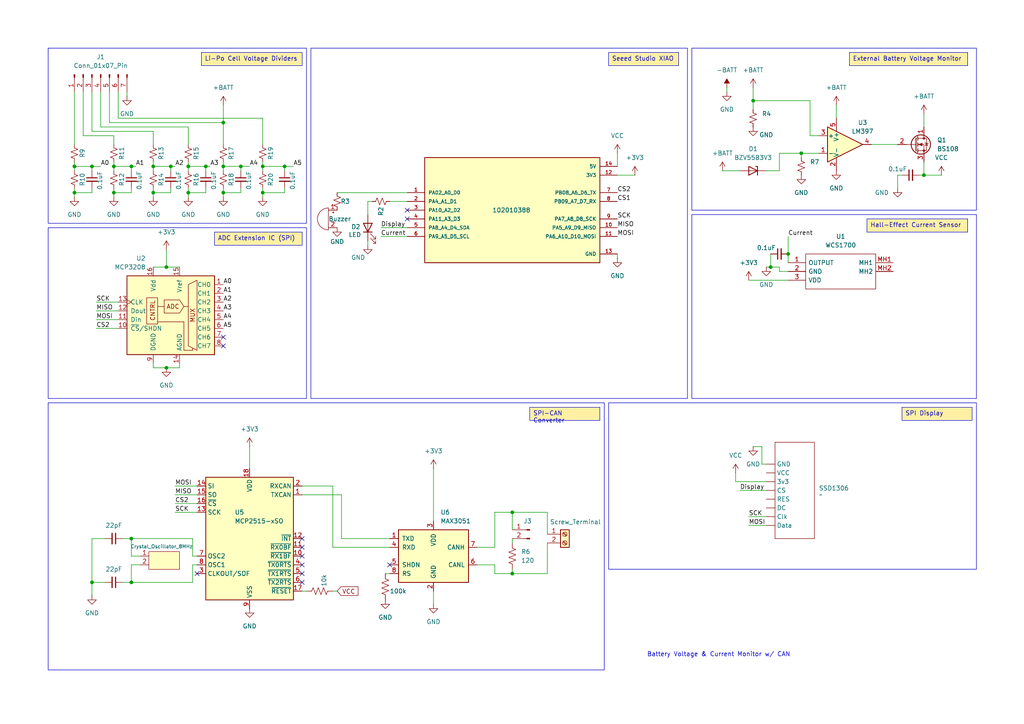
<source format=kicad_sch>
(kicad_sch (version 20231120) (generator "eeschema") (generator_version "8.0")
  (paper "A4")
  (lib_symbols
    (symbol "102010388:102010388" (pin_names (offset 1.016))
      (property "Reference" "U" (at -25.4 16.002 0))
      (property "Value" "102010388" (at -25.4 -17.78 0))
      (symbol "102010388_0_0"
        (pin bidirectional line (at -30.48 5.08 0) (length 5.08) (name "PA02_A0_D0") (number "1"))
        (pin bidirectional line (at 30.48 -5.08 180) (length 5.08) (name "PA5_A9_D9_MISO") (number "10"))
        (pin bidirectional line (at 30.48 -7.62 180) (length 5.08) (name "PA6_A10_D10_MOSI") (number "11"))
        (pin power_in line (at 30.48 10.16 180) (length 5.08) (name "3V3") (number "12"))
        (pin power_in line (at 30.48 -12.7 180) (length 5.08) (name "GND") (number "13"))
        (pin power_in line (at 30.48 12.7 180) (length 5.08) (name "5V") (number "14"))
        (pin bidirectional line (at -30.48 2.54 0) (length 5.08) (name "PA4_A1_D1") (number "2"))
        (pin bidirectional line (at -30.48 0 0) (length 5.08) (name "PA10_A2_D2") (number "3"))
        (pin bidirectional line (at -30.48 -2.54 0) (length 5.08) (name "PA11_A3_D3") (number "4"))
        (pin bidirectional line (at -30.48 -5.08 0) (length 5.08) (name "PA8_A4_D4_SDA") (number "5"))
        (pin bidirectional line (at -30.48 -7.62 0) (length 5.08) (name "PA9_A5_D5_SCL") (number "6"))
        (pin bidirectional line (at 30.48 5.08 180) (length 5.08) (name "PB08_A6_D6_TX") (number "7"))
        (pin bidirectional line (at 30.48 2.54 180) (length 5.08) (name "PB09_A7_D7_RX") (number "8"))
        (pin bidirectional line (at 30.48 -2.54 180) (length 5.08) (name "PA7_A8_D8_SCK") (number "9"))
      )
    )
    (symbol "Analog_ADC:MCP3208" (pin_names (offset 1.016))
      (property "Reference" "U" (at -5.08 13.335 0))
      (property "Value" "MCP3208" (at -5.08 11.43 0))
      (symbol "MCP3208_0_0"
        (text "ADC" (at -0.635 1.27 0) (effects (font (size 1.27 1.27))))
        (text "CNTRL" (at 5.969 -2.921 900) (effects (font (size 1.27 1.27)) (justify left bottom)))
        (text "MUX" (at -6.35 -1.27 900) (effects (font (size 1.27 1.27))))
      )
      (symbol "MCP3208_1_1"
        (pin input line (at -15.24 7.62 0) (length 2.54) (name "CH0") (number "1"))
        (pin input line (at 15.24 -5.08 180) (length 2.54) (name "~{CS}/SHDN") (number "10"))
        (pin input line (at 15.24 -2.54 180) (length 2.54) (name "Din") (number "11"))
        (pin output line (at 15.24 0 180) (length 2.54) (name "Dout") (number "12"))
        (pin input clock (at 15.24 2.54 180) (length 2.54) (name "CLK") (number "13"))
        (pin power_in line (at -2.54 -15.24 90) (length 2.54) (name "AGND") (number "14"))
        (pin power_in line (at -2.54 12.7 270) (length 2.54) (name "Vref") (number "15"))
        (pin power_in line (at 5.08 12.7 270) (length 2.54) (name "Vdd") (number "16"))
        (pin input line (at -15.24 5.08 0) (length 2.54) (name "CH1") (number "2"))
        (pin input line (at -15.24 2.54 0) (length 2.54) (name "CH2") (number "3"))
        (pin input line (at -15.24 0 0) (length 2.54) (name "CH3") (number "4"))
        (pin input line (at -15.24 -2.54 0) (length 2.54) (name "CH4") (number "5"))
        (pin input line (at -15.24 -5.08 0) (length 2.54) (name "CH5") (number "6"))
        (pin input line (at -15.24 -7.62 0) (length 2.54) (name "CH6") (number "7"))
        (pin input line (at -15.24 -10.16 0) (length 2.54) (name "CH7") (number "8"))
        (pin power_in line (at 5.08 -15.24 90) (length 2.54) (name "DGND") (number "9"))
      )
    )
    (symbol "Comparator:LM397" (pin_names (offset 0.127))
      (property "Reference" "U" (at 1.27 5.08 0))
      (property "Value" "LM397" (at 3.81 -5.08 0))
      (symbol "LM397_1_1"
        (pin input line (at -7.62 -2.54 0) (length 2.54) (name "-") (number "1"))
        (pin power_in line (at -2.54 -7.62 90) (length 3.81) (name "V-") (number "2"))
        (pin input line (at -7.62 2.54 0) (length 2.54) (name "+") (number "3"))
        (pin open_collector line (at 7.62 0 180) (length 2.54) (name "~") (number "4"))
        (pin power_in line (at -2.54 7.62 270) (length 3.81) (name "V+") (number "5"))
      )
    )
    (symbol "Connector:Conn_01x02_Pin" (pin_names (offset 1.016) hide)
      (property "Reference" "J" (at 0 2.54 0))
      (property "Value" "Conn_01x02_Pin" (at 0 -5.08 0))
      (symbol "Conn_01x02_Pin_1_1"
        (pin passive line (at 5.08 0 180) (length 3.81) (name "Pin_1") (number "1"))
        (pin passive line (at 5.08 -2.54 180) (length 3.81) (name "Pin_2") (number "2"))
      )
    )
    (symbol "Connector:Conn_01x07_Pin" (pin_names (offset 1.016) hide)
      (property "Reference" "J" (at 0 10.16 0))
      (property "Value" "Conn_01x07_Pin" (at 0 -10.16 0))
      (symbol "Conn_01x07_Pin_1_1"
        (pin passive line (at 5.08 7.62 180) (length 3.81) (name "Pin_1") (number "1"))
        (pin passive line (at 5.08 5.08 180) (length 3.81) (name "Pin_2") (number "2"))
        (pin passive line (at 5.08 2.54 180) (length 3.81) (name "Pin_3") (number "3"))
        (pin passive line (at 5.08 0 180) (length 3.81) (name "Pin_4") (number "4"))
        (pin passive line (at 5.08 -2.54 180) (length 3.81) (name "Pin_5") (number "5"))
        (pin passive line (at 5.08 -5.08 180) (length 3.81) (name "Pin_6") (number "6"))
        (pin passive line (at 5.08 -7.62 180) (length 3.81) (name "Pin_7") (number "7"))
      )
    )
    (symbol "Connector:Screw_Terminal_01x02" (pin_names (offset 1.016) hide)
      (property "Reference" "J" (at 0 2.54 0))
      (property "Value" "Screw_Terminal_01x02" (at 0 -5.08 0))
      (symbol "Screw_Terminal_01x02_1_1"
        (pin passive line (at -5.08 0 0) (length 3.81) (name "Pin_1") (number "1"))
        (pin passive line (at -5.08 -2.54 0) (length 3.81) (name "Pin_2") (number "2"))
      )
    )
    (symbol "Device:Buzzer" (pin_names (offset 0.0254) hide)
      (property "Reference" "BZ" (at 3.81 1.27 0))
      (property "Value" "Buzzer" (at 3.81 -1.27 0))
      (symbol "Buzzer_1_1"
        (pin passive line (at -2.54 2.54 0) (length 2.54) (name "+") (number "1"))
        (pin passive line (at -2.54 -2.54 0) (length 2.54) (name "-") (number "2"))
      )
    )
    (symbol "Device:C_Small" (pin_numbers hide) (pin_names (offset 0.254) hide)
      (property "Reference" "C" (at 0.254 1.778 0))
      (property "Value" "C_Small" (at 0.254 -2.032 0))
      (symbol "C_Small_1_1"
        (pin passive line (at 0 2.54 270) (length 2.032) (name "~") (number "1"))
        (pin passive line (at 0 -2.54 90) (length 2.032) (name "~") (number "2"))
      )
    )
    (symbol "Device:LED" (pin_numbers hide) (pin_names (offset 1.016) hide)
      (property "Reference" "D" (at 0 2.54 0))
      (property "Value" "LED" (at 0 -2.54 0))
      (symbol "LED_1_1"
        (pin passive line (at -3.81 0 0) (length 2.54) (name "K") (number "1"))
        (pin passive line (at 3.81 0 180) (length 2.54) (name "A") (number "2"))
      )
    )
    (symbol "Device:R_Small_US" (pin_numbers hide) (pin_names (offset 0.254) hide)
      (property "Reference" "R" (at 0.762 0.508 0))
      (property "Value" "R_Small_US" (at 0.762 -1.016 0))
      (symbol "R_Small_US_1_1"
        (pin passive line (at 0 2.54 270) (length 1.016) (name "~") (number "1"))
        (pin passive line (at 0 -2.54 90) (length 1.016) (name "~") (number "2"))
      )
    )
    (symbol "Device:R_US" (pin_numbers hide) (pin_names (offset 0))
      (property "Reference" "R" (at 2.54 0 90))
      (property "Value" "R_US" (at -2.54 0 90))
      (symbol "R_US_1_1"
        (pin passive line (at 0 3.81 270) (length 1.27) (name "~") (number "1"))
        (pin passive line (at 0 -3.81 90) (length 1.27) (name "~") (number "2"))
      )
    )
    (symbol "Diode:BZV55B3V3" (pin_numbers hide) (pin_names hide)
      (property "Reference" "D" (at 0 2.54 0))
      (property "Value" "BZV55B3V3" (at 0 -2.54 0))
      (symbol "BZV55B3V3_1_1"
        (pin passive line (at -3.81 0 0) (length 2.54) (name "K") (number "1"))
        (pin passive line (at 3.81 0 180) (length 2.54) (name "A") (number "2"))
      )
    )
    (symbol "Interface_CAN_LIN:MCP2515-xSO"
      (property "Reference" "U" (at -10.16 19.685 0))
      (property "Value" "MCP2515-xSO" (at 19.05 20.32 0))
      (symbol "MCP2515-xSO_1_1"
        (pin output line (at 15.24 12.7 180) (length 2.54) (name "TXCAN") (number "1"))
        (pin output line (at 15.24 -5.08 180) (length 2.54) (name "~{RX1BF}") (number "10"))
        (pin output line (at 15.24 -2.54 180) (length 2.54) (name "~{RX0BF}") (number "11"))
        (pin output line (at 15.24 0 180) (length 2.54) (name "~{INT}") (number "12"))
        (pin input line (at -15.24 7.62 0) (length 2.54) (name "SCK") (number "13"))
        (pin input line (at -15.24 15.24 0) (length 2.54) (name "SI") (number "14"))
        (pin output line (at -15.24 12.7 0) (length 2.54) (name "SO") (number "15"))
        (pin input line (at -15.24 10.16 0) (length 2.54) (name "~{CS}") (number "16"))
        (pin input line (at 15.24 -15.24 180) (length 2.54) (name "~{RESET}") (number "17"))
        (pin power_in line (at 0 20.32 270) (length 2.54) (name "VDD") (number "18"))
        (pin input line (at 15.24 15.24 180) (length 2.54) (name "RXCAN") (number "2"))
        (pin output line (at -15.24 -10.16 0) (length 2.54) (name "CLKOUT/SOF") (number "3"))
        (pin input line (at 15.24 -7.62 180) (length 2.54) (name "~{TX0RTS}") (number "4"))
        (pin input line (at 15.24 -10.16 180) (length 2.54) (name "~{TX1RTS}") (number "5"))
        (pin input line (at 15.24 -12.7 180) (length 2.54) (name "~{TX2RTS}") (number "6"))
        (pin output line (at -15.24 -5.08 0) (length 2.54) (name "OSC2") (number "7"))
        (pin input line (at -15.24 -7.62 0) (length 2.54) (name "OSC1") (number "8"))
        (pin power_in line (at 0 -20.32 90) (length 2.54) (name "VSS") (number "9"))
      )
    )
    (symbol "Interface_UART:MAX3051" (pin_names (offset 1.016))
      (property "Reference" "U" (at -10.16 8.89 0))
      (property "Value" "MAX3051" (at 2.54 8.89 0))
      (symbol "MAX3051_1_1"
        (pin input line (at -12.7 5.08 0) (length 2.54) (name "TXD") (number "1"))
        (pin power_in line (at 0 -10.16 90) (length 2.54) (name "GND") (number "2"))
        (pin power_in line (at 0 10.16 270) (length 2.54) (name "VDD") (number "3"))
        (pin output line (at -12.7 2.54 0) (length 2.54) (name "RXD") (number "4"))
        (pin input line (at -12.7 -2.54 0) (length 2.54) (name "SHDN") (number "5"))
        (pin bidirectional line (at 12.7 -2.54 180) (length 2.54) (name "CANL") (number "6"))
        (pin bidirectional line (at 12.7 2.54 180) (length 2.54) (name "CANH") (number "7"))
        (pin input line (at -12.7 -5.08 0) (length 2.54) (name "RS") (number "8"))
      )
    )
    (symbol "Transistor_FET:BS108" (pin_names hide)
      (property "Reference" "Q" (at 5.08 1.905 0))
      (property "Value" "BS108" (at 5.08 0 0))
      (symbol "BS108_1_1"
        (pin passive line (at 2.54 5.08 270) (length 2.54) (name "D") (number "1"))
        (pin input line (at -5.08 0 0) (length 2.54) (name "G") (number "2"))
        (pin passive line (at 2.54 -5.08 90) (length 2.54) (name "S") (number "3"))
      )
    )
    (symbol "WCS1700:WCS1700" (pin_names (offset 0.762))
      (property "Reference" "U" (at 26.67 7.62 0))
      (property "Value" "WCS1700" (at 26.67 5.08 0))
      (symbol "WCS1700_0_0"
        (pin passive line (at 0 0 0) (length 5.08) (name "OUTPUT") (number "1"))
        (pin passive line (at 0 -2.54 0) (length 5.08) (name "GND") (number "2"))
        (pin passive line (at 0 -5.08 0) (length 5.08) (name "VDD") (number "3"))
        (pin passive line (at 30.48 0 180) (length 5.08) (name "MH1") (number "MH1"))
        (pin passive line (at 30.48 -2.54 180) (length 5.08) (name "MH2") (number "MH2"))
      )
    )
    (symbol "customSymbols:Crystal_Oscillator_8MHz"
      (property "Reference" "U?" (at 5.08 1.2701 0))
      (property "Value" "Crystal_Oscillator_8MHz" (at -11.43 3.81 0))
      (symbol "Crystal_Oscillator_8MHz_1_1"
        (pin input line (at -7.62 1.27 0) (length 2.54) (name "") (number "1"))
        (pin input line (at -7.62 -1.27 0) (length 2.54) (name "") (number "2"))
      )
    )
    (symbol "power:+3V3" (power) (pin_numbers hide) (pin_names (offset 0) hide)
      (property "Value" "+3V3" (at 0 3.556 0))
      (symbol "+3V3_1_1"
        (pin power_in line (at 0 0 90) (length 0) (name "~") (number "1"))
      )
    )
    (symbol "power:+BATT" (power) (pin_numbers hide) (pin_names (offset 0) hide)
      (property "Value" "+BATT" (at 0 3.556 0))
      (symbol "+BATT_1_1"
        (pin power_in line (at 0 0 90) (length 0) (name "~") (number "1"))
      )
    )
    (symbol "power:-BATT" (power) (pin_numbers hide) (pin_names (offset 0) hide)
      (property "Value" "-BATT" (at 0 3.556 0))
      (symbol "-BATT_1_1"
        (pin power_in line (at 0 0 90) (length 0) (name "~") (number "1"))
      )
    )
    (symbol "power:GND" (power) (pin_numbers hide) (pin_names (offset 0) hide)
      (property "Value" "GND" (at 0 -3.81 0))
      (symbol "GND_1_1"
        (pin power_in line (at 0 0 270) (length 0) (name "~") (number "1"))
      )
    )
    (symbol "power:VCC" (power) (pin_numbers hide) (pin_names (offset 0) hide)
      (property "Value" "VCC" (at 0 3.556 0))
      (symbol "VCC_1_1"
        (pin power_in line (at 0 0 90) (length 0) (name "~") (number "1"))
      )
    )
    (symbol "rio:SSD135_OLED_Display"
      (property "Reference" "U8" (at 10.16 -4.4449 0))
      (property "Value" "~" (at 10.16 -6.35 0))
      (symbol "SSD135_OLED_Display_1_1"
        (pin input line (at -5.08 -2.54 0) (length 2.54) (name "3v3") (number ""))
        (pin bidirectional line (at -5.08 -5.08 0) (length 2.54) (name "CS") (number ""))
        (pin input line (at -5.08 -12.7 0) (length 2.54) (name "Clk") (number ""))
        (pin input line (at -5.08 -10.16 0) (length 2.54) (name "DC") (number ""))
        (pin input line (at -5.08 -15.24 0) (length 2.54) (name "Data") (number ""))
        (pin input line (at -5.08 2.54 0) (length 2.54) (name "GND") (number ""))
        (pin input line (at -5.08 -7.62 0) (length 2.54) (name "RES") (number ""))
        (pin input line (at -5.08 0 0) (length 2.54) (name "VCC") (number ""))
      )
    )
  )
  (junction (at 44.45 55.88))
  (junction (at 54.61 48.26))
  (junction (at 59.69 48.26))
  (junction (at 69.85 48.26))
  (junction (at 38.1 168.91))
  (junction (at 228.6 73.66))
  (junction (at 223.52 77.47))
  (junction (at 33.02 48.26))
  (junction (at 48.26 77.47))
  (junction (at 49.53 48.26))
  (junction (at 33.02 55.88))
  (junction (at 21.59 55.88))
  (junction (at 148.59 148.59))
  (junction (at 267.97 50.8))
  (junction (at 218.44 29.21))
  (junction (at 76.2 55.88))
  (junction (at 82.55 48.26))
  (junction (at 26.67 48.26))
  (junction (at 232.41 44.45))
  (junction (at 38.1 156.21))
  (junction (at 148.59 166.37))
  (junction (at 38.1 48.26))
  (junction (at 48.26 106.68))
  (junction (at 64.77 35.56))
  (junction (at 21.59 48.26))
  (junction (at 44.45 48.26))
  (junction (at 54.61 55.88))
  (junction (at 26.67 168.91))
  (junction (at 76.2 48.26))
  (junction (at 64.77 48.26))
  (junction (at 64.77 55.88))
  (no_connect (at 87.63 158.75))
  (no_connect (at 87.63 156.21))
  (no_connect (at 57.15 166.37))
  (no_connect (at 87.63 166.37))
  (no_connect (at 118.11 63.5))
  (no_connect (at 87.63 168.91))
  (no_connect (at 87.63 163.83))
  (no_connect (at 64.77 97.79))
  (no_connect (at 87.63 161.29))
  (no_connect (at 64.77 100.33))
  (no_connect (at 113.03 163.83))
  (no_connect (at 118.11 60.96))
  (wire (pts (xy 111.76 166.37) (xy 113.03 166.37)))
  (wire (pts (xy 64.77 46.99) (xy 64.77 48.26)))
  (wire (pts (xy 21.59 46.99) (xy 21.59 48.26)))
  (wire (pts (xy 31.75 35.56) (xy 64.77 35.56)))
  (wire (pts (xy 21.59 55.88) (xy 21.59 57.15)))
  (wire (pts (xy 218.44 25.4) (xy 218.44 29.21)))
  (wire (pts (xy 49.53 48.26) (xy 49.53 49.53)))
  (wire (pts (xy 21.59 54.61) (xy 21.59 55.88)))
  (wire (pts (xy 44.45 55.88) (xy 44.45 57.15)))
  (wire (pts (xy 64.77 30.48) (xy 64.77 35.56)))
  (wire (pts (xy 184.15 50.8) (xy 179.07 50.8)))
  (wire (pts (xy 38.1 163.83) (xy 38.1 168.91)))
  (wire (pts (xy 266.7 50.8) (xy 267.97 50.8)))
  (wire (pts (xy 110.49 68.58) (xy 118.11 68.58)))
  (wire (pts (xy 59.69 48.26) (xy 59.69 49.53)))
  (wire (pts (xy 88.9 171.45) (xy 87.63 171.45)))
  (wire (pts (xy 54.61 48.26) (xy 54.61 49.53)))
  (wire (pts (xy 82.55 54.61) (xy 82.55 55.88)))
  (wire (pts (xy 110.49 66.04) (xy 118.11 66.04)))
  (wire (pts (xy 26.67 48.26) (xy 26.67 49.53)))
  (wire (pts (xy 223.52 77.47) (xy 226.06 77.47)))
  (wire (pts (xy 82.55 48.26) (xy 85.09 48.26)))
  (wire (pts (xy 76.2 46.99) (xy 76.2 48.26)))
  (wire (pts (xy 267.97 50.8) (xy 273.05 50.8)))
  (wire (pts (xy 148.59 148.59) (xy 148.59 153.67)))
  (wire (pts (xy 35.56 168.91) (xy 38.1 168.91)))
  (wire (pts (xy 27.94 92.71) (xy 34.29 92.71)))
  (wire (pts (xy 179.07 44.45) (xy 179.07 48.26)))
  (wire (pts (xy 87.63 143.51) (xy 99.06 143.51)))
  (wire (pts (xy 260.35 50.8) (xy 260.35 54.61)))
  (wire (pts (xy 143.51 163.83) (xy 143.51 166.37)))
  (wire (pts (xy 106.68 58.42) (xy 107.95 58.42)))
  (wire (pts (xy 21.59 26.67) (xy 21.59 41.91)))
  (wire (pts (xy 158.75 166.37) (xy 148.59 166.37)))
  (wire (pts (xy 31.75 26.67) (xy 31.75 35.56)))
  (wire (pts (xy 27.94 87.63) (xy 34.29 87.63)))
  (wire (pts (xy 64.77 57.15) (xy 64.77 55.88)))
  (wire (pts (xy 218.44 129.54) (xy 220.98 129.54)))
  (wire (pts (xy 33.02 48.26) (xy 33.02 49.53)))
  (wire (pts (xy 33.02 39.37) (xy 33.02 41.91)))
  (wire (pts (xy 55.88 161.29) (xy 57.15 161.29)))
  (wire (pts (xy 57.15 146.05) (xy 50.8 146.05)))
  (wire (pts (xy 44.45 48.26) (xy 49.53 48.26)))
  (wire (pts (xy 76.2 48.26) (xy 82.55 48.26)))
  (wire (pts (xy 55.88 161.29) (xy 55.88 156.21)))
  (wire (pts (xy 55.88 156.21) (xy 38.1 156.21)))
  (wire (pts (xy 69.85 48.26) (xy 72.39 48.26)))
  (wire (pts (xy 228.6 68.58) (xy 228.6 73.66)))
  (wire (pts (xy 38.1 54.61) (xy 38.1 55.88)))
  (wire (pts (xy 33.02 55.88) (xy 33.02 57.15)))
  (wire (pts (xy 54.61 46.99) (xy 54.61 48.26)))
  (wire (pts (xy 125.73 135.89) (xy 125.73 151.13)))
  (wire (pts (xy 237.49 39.37) (xy 234.95 39.37)))
  (wire (pts (xy 69.85 48.26) (xy 69.85 49.53)))
  (wire (pts (xy 52.07 106.68) (xy 48.26 106.68)))
  (wire (pts (xy 36.83 26.67) (xy 36.83 27.94)))
  (wire (pts (xy 48.26 77.47) (xy 48.26 72.39)))
  (wire (pts (xy 226.06 78.74) (xy 228.6 78.74)))
  (wire (pts (xy 217.17 152.4) (xy 222.25 152.4)))
  (wire (pts (xy 44.45 48.26) (xy 44.45 49.53)))
  (wire (pts (xy 69.85 54.61) (xy 69.85 55.88)))
  (wire (pts (xy 222.25 49.53) (xy 226.06 49.53)))
  (wire (pts (xy 64.77 48.26) (xy 69.85 48.26)))
  (wire (pts (xy 26.67 48.26) (xy 29.21 48.26)))
  (wire (pts (xy 143.51 148.59) (xy 143.51 158.75)))
  (wire (pts (xy 49.53 48.26) (xy 50.8 48.26)))
  (wire (pts (xy 64.77 55.88) (xy 64.77 54.61)))
  (wire (pts (xy 69.85 55.88) (xy 64.77 55.88)))
  (wire (pts (xy 232.41 45.72) (xy 232.41 44.45)))
  (wire (pts (xy 99.06 143.51) (xy 99.06 156.21)))
  (wire (pts (xy 59.69 48.26) (xy 60.96 48.26)))
  (wire (pts (xy 267.97 33.02) (xy 267.97 36.83)))
  (wire (pts (xy 38.1 48.26) (xy 38.1 49.53)))
  (wire (pts (xy 29.21 26.67) (xy 29.21 36.83)))
  (wire (pts (xy 44.45 55.88) (xy 49.53 55.88)))
  (wire (pts (xy 21.59 55.88) (xy 26.67 55.88)))
  (wire (pts (xy 40.64 163.83) (xy 38.1 163.83)))
  (wire (pts (xy 54.61 55.88) (xy 59.69 55.88)))
  (wire (pts (xy 125.73 175.26) (xy 125.73 171.45)))
  (wire (pts (xy 52.07 105.41) (xy 52.07 106.68)))
  (wire (pts (xy 210.82 25.4) (xy 210.82 26.67)))
  (wire (pts (xy 179.07 74.93) (xy 179.07 73.66)))
  (wire (pts (xy 48.26 77.47) (xy 52.07 77.47)))
  (wire (pts (xy 33.02 55.88) (xy 38.1 55.88)))
  (wire (pts (xy 96.52 140.97) (xy 87.63 140.97)))
  (wire (pts (xy 72.39 129.54) (xy 72.39 135.89)))
  (wire (pts (xy 44.45 54.61) (xy 44.45 55.88)))
  (wire (pts (xy 44.45 46.99) (xy 44.45 48.26)))
  (wire (pts (xy 242.57 30.48) (xy 242.57 34.29)))
  (wire (pts (xy 26.67 168.91) (xy 30.48 168.91)))
  (wire (pts (xy 82.55 48.26) (xy 82.55 49.53)))
  (wire (pts (xy 50.8 140.97) (xy 57.15 140.97)))
  (wire (pts (xy 21.59 48.26) (xy 21.59 49.53)))
  (wire (pts (xy 26.67 172.72) (xy 26.67 168.91)))
  (wire (pts (xy 44.45 106.68) (xy 48.26 106.68)))
  (wire (pts (xy 96.52 140.97) (xy 96.52 158.75)))
  (wire (pts (xy 143.51 166.37) (xy 148.59 166.37)))
  (wire (pts (xy 44.45 77.47) (xy 48.26 77.47)))
  (wire (pts (xy 55.88 168.91) (xy 38.1 168.91)))
  (wire (pts (xy 27.94 90.17) (xy 34.29 90.17)))
  (wire (pts (xy 213.36 137.16) (xy 213.36 139.7)))
  (wire (pts (xy 54.61 55.88) (xy 54.61 57.15)))
  (wire (pts (xy 222.25 77.47) (xy 223.52 77.47)))
  (wire (pts (xy 76.2 57.15) (xy 76.2 55.88)))
  (wire (pts (xy 49.53 54.61) (xy 49.53 55.88)))
  (wire (pts (xy 267.97 46.99) (xy 267.97 50.8)))
  (wire (pts (xy 96.52 158.75) (xy 113.03 158.75)))
  (wire (pts (xy 27.94 95.25) (xy 34.29 95.25)))
  (wire (pts (xy 76.2 48.26) (xy 76.2 49.53)))
  (wire (pts (xy 26.67 168.91) (xy 26.67 156.21)))
  (wire (pts (xy 24.13 39.37) (xy 33.02 39.37)))
  (wire (pts (xy 218.44 29.21) (xy 218.44 31.75)))
  (wire (pts (xy 234.95 29.21) (xy 218.44 29.21)))
  (wire (pts (xy 26.67 54.61) (xy 26.67 55.88)))
  (wire (pts (xy 44.45 105.41) (xy 44.45 106.68)))
  (wire (pts (xy 226.06 44.45) (xy 232.41 44.45)))
  (wire (pts (xy 54.61 48.26) (xy 59.69 48.26)))
  (wire (pts (xy 226.06 77.47) (xy 226.06 78.74)))
  (wire (pts (xy 26.67 156.21) (xy 30.48 156.21)))
  (wire (pts (xy 234.95 39.37) (xy 234.95 29.21)))
  (wire (pts (xy 148.59 156.21) (xy 148.59 157.48)))
  (wire (pts (xy 33.02 46.99) (xy 33.02 48.26)))
  (wire (pts (xy 158.75 157.48) (xy 158.75 166.37)))
  (wire (pts (xy 55.88 163.83) (xy 57.15 163.83)))
  (wire (pts (xy 223.52 73.66) (xy 223.52 77.47)))
  (wire (pts (xy 76.2 55.88) (xy 76.2 54.61)))
  (wire (pts (xy 214.63 142.24) (xy 222.25 142.24)))
  (wire (pts (xy 209.55 49.53) (xy 214.63 49.53)))
  (wire (pts (xy 34.29 26.67) (xy 34.29 34.29)))
  (wire (pts (xy 40.64 161.29) (xy 38.1 161.29)))
  (wire (pts (xy 213.36 139.7) (xy 222.25 139.7)))
  (wire (pts (xy 138.43 163.83) (xy 143.51 163.83)))
  (wire (pts (xy 143.51 148.59) (xy 148.59 148.59)))
  (wire (pts (xy 158.75 148.59) (xy 148.59 148.59)))
  (wire (pts (xy 29.21 36.83) (xy 54.61 36.83)))
  (wire (pts (xy 226.06 49.53) (xy 226.06 44.45)))
  (wire (pts (xy 217.17 149.86) (xy 222.25 149.86)))
  (wire (pts (xy 34.29 34.29) (xy 76.2 34.29)))
  (wire (pts (xy 232.41 44.45) (xy 237.49 44.45)))
  (wire (pts (xy 220.98 134.62) (xy 222.25 134.62)))
  (wire (pts (xy 54.61 36.83) (xy 54.61 41.91)))
  (wire (pts (xy 158.75 154.94) (xy 158.75 148.59)))
  (wire (pts (xy 220.98 129.54) (xy 220.98 134.62)))
  (wire (pts (xy 38.1 48.26) (xy 39.37 48.26)))
  (wire (pts (xy 252.73 41.91) (xy 260.35 41.91)))
  (wire (pts (xy 228.6 73.66) (xy 228.6 76.2)))
  (wire (pts (xy 35.56 156.21) (xy 38.1 156.21)))
  (wire (pts (xy 217.17 81.28) (xy 228.6 81.28)))
  (wire (pts (xy 76.2 55.88) (xy 82.55 55.88)))
  (wire (pts (xy 138.43 158.75) (xy 143.51 158.75)))
  (wire (pts (xy 106.68 71.12) (xy 106.68 69.85)))
  (wire (pts (xy 26.67 26.67) (xy 26.67 38.1)))
  (wire (pts (xy 21.59 48.26) (xy 26.67 48.26)))
  (wire (pts (xy 113.03 58.42) (xy 118.11 58.42)))
  (wire (pts (xy 24.13 26.67) (xy 24.13 39.37)))
  (wire (pts (xy 64.77 48.26) (xy 64.77 49.53)))
  (wire (pts (xy 33.02 54.61) (xy 33.02 55.88)))
  (wire (pts (xy 97.79 171.45) (xy 96.52 171.45)))
  (wire (pts (xy 33.02 48.26) (xy 38.1 48.26)))
  (wire (pts (xy 59.69 54.61) (xy 59.69 55.88)))
  (wire (pts (xy 55.88 163.83) (xy 55.88 168.91)))
  (wire (pts (xy 44.45 38.1) (xy 44.45 41.91)))
  (wire (pts (xy 148.59 166.37) (xy 148.59 165.1)))
  (wire (pts (xy 54.61 54.61) (xy 54.61 55.88)))
  (wire (pts (xy 57.15 143.51) (xy 50.8 143.51)))
  (wire (pts (xy 76.2 34.29) (xy 76.2 41.91)))
  (wire (pts (xy 26.67 38.1) (xy 44.45 38.1)))
  (wire (pts (xy 106.68 62.23) (xy 106.68 58.42)))
  (wire (pts (xy 64.77 35.56) (xy 64.77 41.91)))
  (wire (pts (xy 38.1 161.29) (xy 38.1 156.21)))
  (wire (pts (xy 260.35 50.8) (xy 261.62 50.8)))
  (wire (pts (xy 97.79 55.88) (xy 118.11 55.88)))
  (wire (pts (xy 57.15 148.59) (xy 50.8 148.59)))
  (wire (pts (xy 99.06 156.21) (xy 113.03 156.21)))
  (rectangle (start 200.66 13.97) (end 283.21 60.96))
  (rectangle (start 13.97 66.04) (end 88.9 115.57))
  (rectangle (start 13.97 116.84) (end 175.26 194.31))
  (rectangle (start 200.66 62.23) (end 283.21 115.57))
  (rectangle (start 90.17 13.97) (end 199.39 115.57))
  (rectangle (start 13.97 13.97) (end 88.9 64.77))
  (rectangle (start 176.53 116.84) (end 283.21 165.1))
  (text_box "Seeed Studio XIAO" (at 176.53 15.24 0) (size 20.32 3.81) (fill (type color) (color 255 240 164 1)) (effects (font (size 1.27 1.27)) (justify left top)))
  (text_box "SPI-CAN Converter" (at 153.67 118.11 0) (size 20.32 3.81) (fill (type color) (color 255 240 164 1)) (effects (font (size 1.27 1.27)) (justify left top)))
  (text_box "SPI Display" (at 261.62 118.11 0) (size 20.32 3.81) (fill (type color) (color 255 240 164 1)) (effects (font (size 1.27 1.27)) (justify left top)))
  (text_box "Li-Po Cell Voltage Dividers" (at 58.42 15.24 0) (size 29.21 3.81) (fill (type color) (color 255 240 164 1)) (effects (font (size 1.27 1.27)) (justify left top)))
  (text_box "ADC Extension IC (SPI)" (at 62.23 67.31 0) (size 25.4 3.81) (fill (type color) (color 255 240 164 1)) (effects (font (size 1.27 1.27)) (justify left top)))
  (text_box "Hall-Effect Current Sensor" (at 251.46 63.5 0) (size 29.21 3.81) (fill (type color) (color 255 240 164 1)) (effects (font (size 1.27 1.27)) (justify left top)))
  (text_box "Battery Voltage & Current Monitor w/ CAN" (at 186.69 187.96 0) (size 52.07 3.81) (stroke (width -0.0001)) (effects (font (size 1.27 1.27)) (justify left top)))
  (text_box "External Battery Voltage Monitor" (at 246.38 15.24 0) (size 34.29 3.81) (fill (type color) (color 255 240 164 1)) (effects (font (size 1.27 1.27)) (justify left top)))
  (label "A4" (at 72.39 48.26 0))
  (label "A2" (at 50.8 48.26 0))
  (label "MISO" (at 27.94 90.17 0))
  (label "A0" (at 64.77 82.55 0))
  (label "SCK" (at 27.94 87.63 0))
  (label "A5" (at 64.77 95.25 0))
  (label "Display" (at 214.63 142.24 0))
  (label "A0" (at 29.21 48.26 0))
  (label "A3" (at 64.77 90.17 0))
  (label "A5" (at 85.09 48.26 0))
  (label "CS2" (at 179.07 55.88 0))
  (label "CS2" (at 27.94 95.25 0))
  (label "MISO" (at 179.07 66.04 0))
  (label "A4" (at 64.77 92.71 0))
  (label "A3" (at 60.96 48.26 0))
  (label "MOSI" (at 217.17 152.4 0))
  (label "A1" (at 39.37 48.26 0))
  (label "MISO" (at 50.8 143.51 0))
  (label "MOSI" (at 27.94 92.71 0))
  (label "Current" (at 110.49 68.58 0))
  (label "A1" (at 64.77 85.09 0))
  (label "SCK" (at 179.07 63.5 0))
  (label "MOSI" (at 50.8 140.97 0))
  (label "MOSI" (at 179.07 68.58 0))
  (label "CS1" (at 179.07 58.42 0))
  (label "A2" (at 64.77 87.63 0))
  (label "SCK" (at 50.8 148.59 0))
  (label "CS2" (at 50.8 146.05 0))
  (label "SCK" (at 217.17 149.86 0))
  (label "Display" (at 110.49 66.04 0))
  (label "Current" (at 228.6 68.58 0))
  (global_label "VCC" (shape input) (at 97.79 171.45 0) (property "Intersheetrefs" "${INTERSHEET_REFS}" (effects (hide yes))))
  (symbol (lib_id "power:GND") (at 125.73 175.26 0) (unit 1)
    (property "Reference" "#PWR024" (effects (hide yes)))
    (property "Value" "GND" (at 125.73 180.34 0))
  )
  (symbol (lib_id "Device:R_Small_US") (at 76.2 44.45 0) (unit 1)
    (property "Reference" "R19" (at 78.486 44.45 90))
    (property "Value" "R_Small_US" (effects (hide yes)))
    (property "Footprint" "Resistor_SMD:R_0805_2012Metric" (effects (hide yes)))
    (property "Description" "Resistor, small US symbol" (effects (hide yes)))
  )
  (symbol (lib_id "Device:R_Small_US") (at 54.61 52.07 0) (unit 1)
    (property "Reference" "R16" (at 56.896 52.07 90))
    (property "Value" "R_Small_US" (effects (hide yes)))
    (property "Footprint" "Resistor_SMD:R_0805_2012Metric" (effects (hide yes)))
    (property "Description" "Resistor, small US symbol" (effects (hide yes)))
  )
  (symbol (lib_id "Device:R_US") (at 92.71 171.45 90) (unit 1)
    (property "Reference" "R1" (effects (hide yes)))
    (property "Value" "10k" (at 93.98 170.18 0) (effects (justify left)))
    (property "Footprint" "Resistor_SMD:R_0805_2012Metric" (effects (hide yes)))
  )
  (symbol (lib_id "102010388:102010388") (at 148.59 60.96 0) (unit 1)
    (property "Reference" "U7" (effects (hide yes)))
    (property "Value" "102010388" (at 148.336 60.96 0))
    (property "Footprint" "102010388:MODULE_102010388" (effects (hide yes)))
    (property "MF" "seeed technology limited" (effects (hide yes)))
    (property "MAXIMUM_PACKAGE_HEIGHT" "N/A" (effects (hide yes)))
    (property "Package" "None" (effects (hide yes)))
    (property "Price" "None" (effects (hide yes)))
    (property "Check_prices" "https://www.snapeda.com/parts/102010388/Techno/view-part/?ref=eda" (effects (hide yes)))
    (property "STANDARD" "Manufacturer Recommendations" (effects (hide yes)))
    (property "PARTREV" "N/A" (effects (hide yes)))
    (property "SnapEDA_Link" "https://www.snapeda.com/parts/102010388/Techno/view-part/?ref=snap" (effects (hide yes)))
    (property "MP" "102010388" (effects (hide yes)))
    (property "Description_1" "\nSAMD21G18 Seeeduino XIAO - ARM® Cortex®-M0 MCU 32-Bit Embedded Evaluation Board\n" (effects (hide yes)))
    (property "MANUFACTURER" "Seeed Technology" (effects (hide yes)))
    (property "Availability" "In Stock" (effects (hide yes)))
    (property "SNAPEDA_PN" "102010388" (effects (hide yes)))
  )
  (symbol (lib_id "Device:C_Small") (at 264.16 50.8 90) (unit 1)
    (property "Reference" "C3" (effects (hide yes)))
    (property "Value" "0.1uF" (at 260.35 49.022 90))
    (property "Footprint" "Capacitor_SMD:C_0805_2012Metric" (effects (hide yes)))
  )
  (symbol (lib_id "Device:R_Small_US") (at 33.02 44.45 0) (unit 1)
    (property "Reference" "R11" (at 35.306 44.45 90))
    (property "Value" "R_Small_US" (effects (hide yes)))
    (property "Footprint" "Resistor_SMD:R_0805_2012Metric" (effects (hide yes)))
    (property "Description" "Resistor, small US symbol" (effects (hide yes)))
  )
  (symbol (lib_id "Device:R_Small_US") (at 64.77 44.45 0) (unit 1)
    (property "Reference" "R17" (at 67.056 44.45 90))
    (property "Value" "R_Small_US" (effects (hide yes)))
    (property "Footprint" "Resistor_SMD:R_0805_2012Metric" (effects (hide yes)))
    (property "Description" "Resistor, small US symbol" (effects (hide yes)))
  )
  (symbol (lib_id "Device:C_Small") (at 226.06 73.66 90) (unit 1)
    (property "Reference" "C10" (effects (hide yes)))
    (property "Value" "0.1uF" (at 222.25 71.882 90))
    (property "Footprint" "Capacitor_SMD:C_0805_2012Metric" (effects (hide yes)))
  )
  (symbol (lib_id "power:VCC") (at 213.36 137.16 0) (unit 1)
    (property "Reference" "#PWR036" (effects (hide yes)))
    (property "Value" "VCC" (at 213.36 132.08 0))
    (property "Description" "Power symbol creates a global label with name \"VCC\"" (effects (hide yes)))
  )
  (symbol (lib_id "power:+3V3") (at 125.73 135.89 0) (unit 1)
    (property "Reference" "#PWR030" (effects (hide yes)))
    (property "Value" "+3V3" (at 125.73 130.81 0))
    (property "Description" "Power symbol creates a global label with name \"+3V3\"" (effects (hide yes)))
  )
  (symbol (lib_id "Comparator:LM397") (at 245.11 41.91 0) (unit 1)
    (property "Reference" "U3" (at 250.19 35.56 0))
    (property "Value" "LM397" (at 250.19 38.1 0))
    (property "Footprint" "Package_TO_SOT_SMD:SOT-23-5" (effects (hide yes)))
    (property "Datasheet" "http://www.ti.com/lit/ds/symlink/lm397.pdf" (effects (hide yes)))
    (property "Description" "Single General-Purpose Voltage Comparator with Open-Collector Output, SOT-23-5" (effects (hide yes)))
  )
  (symbol (lib_id "Device:R_Small_US") (at 232.41 48.26 0) (unit 1)
    (property "Reference" "R7" (at 234.95 46.9899 0) (effects (justify left)))
    (property "Value" "100 " (effects (hide yes)))
    (property "Footprint" "Resistor_SMD:R_0805_2012Metric" (effects (hide yes)))
    (property "Description" "Resistor, small US symbol" (effects (hide yes)))
  )
  (symbol (lib_id "Interface_CAN_LIN:MCP2515-xSO") (at 72.39 156.21 0) (unit 1)
    (property "Reference" "U5" (at 68.072 148.59 0) (effects (justify left)))
    (property "Value" "MCP2515-xSO" (at 68.072 151.13 0) (effects (justify left)))
    (property "Footprint" "MCP2515-I_SO:SOIC127P1030X265-18N" (effects (hide yes)))
    (property "Datasheet" "http://ww1.microchip.com/downloads/en/DeviceDoc/21801e.pdf" (effects (hide yes)))
  )
  (symbol (lib_id "power:VCC") (at 179.07 44.45 0) (unit 1)
    (property "Reference" "#PWR031" (effects (hide yes)))
    (property "Value" "VCC" (at 179.07 39.37 0))
    (property "Description" "Power symbol creates a global label with name \"VCC\"" (effects (hide yes)))
  )
  (symbol (lib_id "Device:R_Small_US") (at 54.61 44.45 0) (unit 1)
    (property "Reference" "R15" (at 56.896 44.45 90))
    (property "Value" "R_Small_US" (effects (hide yes)))
    (property "Footprint" "Resistor_SMD:R_0805_2012Metric" (effects (hide yes)))
    (property "Description" "Resistor, small US symbol" (effects (hide yes)))
  )
  (symbol (lib_id "Device:R_Small_US") (at 21.59 52.07 0) (unit 1)
    (property "Reference" "R10" (at 23.876 52.07 90))
    (property "Value" "R_Small_US" (effects (hide yes)))
    (property "Footprint" "Resistor_SMD:R_0805_2012Metric" (effects (hide yes)))
    (property "Description" "Resistor, small US symbol" (effects (hide yes)))
  )
  (symbol (lib_id "power:+BATT") (at 218.44 25.4 0) (unit 1)
    (property "Reference" "#PWR01" (effects (hide yes)))
    (property "Value" "+BATT" (at 218.44 20.32 0))
    (property "Description" "Power symbol creates a global label with name \"+BATT\"" (effects (hide yes)))
  )
  (symbol (lib_id "power:GND") (at 106.68 71.12 0) (unit 1)
    (property "Reference" "#PWR013" (effects (hide yes)))
    (property "Value" "GND" (at 103.886 74.676 0))
    (property "Description" "Power symbol creates a global label with name \"GND\" , ground" (effects (hide yes)))
  )
  (symbol (lib_id "power:GND") (at 33.02 57.15 0) (unit 1)
    (property "Reference" "#PWR015" (effects (hide yes)))
    (property "Value" "GND" (at 33.02 62.23 0))
    (property "Description" "Power symbol creates a global label with name \"GND\" , ground" (effects (hide yes)))
  )
  (symbol (lib_id "power:GND") (at 44.45 57.15 0) (unit 1)
    (property "Reference" "#PWR016" (effects (hide yes)))
    (property "Value" "GND" (at 44.45 62.23 0))
    (property "Description" "Power symbol creates a global label with name \"GND\" , ground" (effects (hide yes)))
  )
  (symbol (lib_id "power:GND") (at 72.39 176.53 0) (unit 1)
    (property "Reference" "#PWR021" (effects (hide yes)))
    (property "Value" "GND" (at 72.39 181.61 0))
  )
  (symbol (lib_id "power:GND") (at 232.41 50.8 0) (unit 1)
    (property "Reference" "#PWR025" (effects (hide yes)))
    (property "Value" "GND" (at 232.41 55.88 0))
    (property "Description" "Power symbol creates a global label with name \"GND\" , ground" (effects (hide yes)))
  )
  (symbol (lib_id "WCS1700:WCS1700") (at 228.6 76.2 0) (unit 1)
    (property "Reference" "U1" (at 243.84 68.58 0))
    (property "Value" "WCS1700" (at 243.84 71.12 0))
    (property "Footprint" "KiCad:WCS1700" (effects (hide yes)))
    (property "Description" "Hall Effect Base Linear Current Sensor" (effects (hide yes)))
    (property "Height" "22.4" (effects (hide yes)))
    (property "Manufacturer_Name" "Winson" (effects (hide yes)))
    (property "Manufacturer_Part_Number" "WCS1700" (effects (hide yes)))
  )
  (symbol (lib_id "Device:R_Small_US") (at 44.45 44.45 0) (unit 1)
    (property "Reference" "R13" (at 46.736 44.45 90))
    (property "Value" "R_Small_US" (effects (hide yes)))
    (property "Footprint" "Resistor_SMD:R_0805_2012Metric" (effects (hide yes)))
    (property "Description" "Resistor, small US symbol" (effects (hide yes)))
  )
  (symbol (lib_id "power:GND") (at 54.61 57.15 0) (unit 1)
    (property "Reference" "#PWR017" (effects (hide yes)))
    (property "Value" "GND" (at 54.61 62.23 0))
    (property "Description" "Power symbol creates a global label with name \"GND\" , ground" (effects (hide yes)))
  )
  (symbol (lib_id "power:GND") (at 36.83 27.94 0) (unit 1)
    (property "Reference" "#PWR012" (effects (hide yes)))
    (property "Value" "GND" (at 36.83 33.02 0))
    (property "Description" "Power symbol creates a global label with name \"GND\" , ground" (effects (hide yes)))
  )
  (symbol (lib_id "power:-BATT") (at 210.82 25.4 0) (unit 1)
    (property "Reference" "#PWR02" (effects (hide yes)))
    (property "Value" "-BATT" (at 210.82 20.32 0))
    (property "Description" "Power symbol creates a global label with name \"-BATT\"" (effects (hide yes)))
  )
  (symbol (lib_id "power:GND") (at 242.57 49.53 0) (unit 1)
    (property "Reference" "#PWR05" (effects (hide yes)))
    (property "Value" "GND" (at 242.57 54.61 0))
    (property "Description" "Power symbol creates a global label with name \"GND\" , ground" (effects (hide yes)))
  )
  (symbol (lib_id "power:VCC") (at 273.05 50.8 0) (unit 1)
    (property "Reference" "#PWR032" (effects (hide yes)))
    (property "Value" "VCC" (at 273.05 45.72 0))
    (property "Description" "Power symbol creates a global label with name \"VCC\"" (effects (hide yes)))
  )
  (symbol (lib_id "Device:C_Small") (at 33.02 168.91 270) (unit 1)
    (property "Reference" "C2" (effects (hide yes)))
    (property "Value" "22pF" (at 33.0136 165.1 90))
    (property "Footprint" "Capacitor_SMD:C_0805_2012Metric" (effects (hide yes)))
  )
  (symbol (lib_id "power:+BATT") (at 242.57 30.48 0) (unit 1)
    (property "Reference" "#PWR06" (effects (hide yes)))
    (property "Value" "+BATT" (at 242.57 25.4 0))
    (property "Description" "Power symbol creates a global label with name \"+BATT\"" (effects (hide yes)))
  )
  (symbol (lib_id "Device:C_Small") (at 69.85 52.07 0) (unit 1)
    (property "Reference" "C5" (effects (hide yes)))
    (property "Value" "0.1uF" (at 72.136 52.324 90))
    (property "Footprint" "Capacitor_SMD:C_0805_2012Metric" (effects (hide yes)))
  )
  (symbol (lib_id "Device:C_Small") (at 59.69 52.07 0) (unit 1)
    (property "Reference" "C6" (effects (hide yes)))
    (property "Value" "0.1uF" (at 61.976 52.324 90))
    (property "Footprint" "Capacitor_SMD:C_0805_2012Metric" (effects (hide yes)))
  )
  (symbol (lib_id "power:GND") (at 21.59 57.15 0) (unit 1)
    (property "Reference" "#PWR014" (effects (hide yes)))
    (property "Value" "GND" (at 21.59 62.23 0))
    (property "Description" "Power symbol creates a global label with name \"GND\" , ground" (effects (hide yes)))
  )
  (symbol (lib_id "power:GND") (at 76.2 57.15 0) (unit 1)
    (property "Reference" "#PWR019" (effects (hide yes)))
    (property "Value" "GND" (at 76.2 62.23 0))
    (property "Description" "Power symbol creates a global label with name \"GND\" , ground" (effects (hide yes)))
  )
  (symbol (lib_id "Device:LED") (at 106.68 66.04 90) (unit 1)
    (property "Reference" "D2" (at 101.854 65.786 90) (effects (justify right)))
    (property "Value" "LED" (at 101.092 68.072 90) (effects (justify right)))
    (property "Footprint" "LED_SMD:LED_0805_2012Metric" (effects (hide yes)))
    (property "Description" "Light emitting diode" (effects (hide yes)))
  )
  (symbol (lib_id "power:GND") (at 97.79 66.04 0) (unit 1)
    (property "Reference" "#PWR026" (effects (hide yes)))
    (property "Value" "GND" (at 97.79 70.104 0))
    (property "Description" "Power symbol creates a global label with name \"GND\" , ground" (effects (hide yes)))
  )
  (symbol (lib_id "power:GND") (at 179.07 74.93 0) (unit 1)
    (property "Reference" "#PWR09" (effects (hide yes)))
    (property "Value" "GND" (at 179.07 80.01 0))
    (property "Description" "Power symbol creates a global label with name \"GND\" , ground" (effects (hide yes)))
  )
  (symbol (lib_id "Device:R_US") (at 111.76 170.18 0) (unit 1)
    (property "Reference" "R5" (effects (hide yes)))
    (property "Value" "100k" (at 113.03 171.45 0) (effects (justify left)))
    (property "Footprint" "Resistor_SMD:R_0805_2012Metric" (effects (hide yes)))
  )
  (symbol (lib_id "power:+3V3") (at 72.39 129.54 0) (unit 1)
    (property "Reference" "#PWR029" (effects (hide yes)))
    (property "Value" "+3V3" (at 72.39 124.46 0))
    (property "Description" "Power symbol creates a global label with name \"+3V3\"" (effects (hide yes)))
  )
  (symbol (lib_id "Device:C_Small") (at 33.02 156.21 270) (unit 1)
    (property "Reference" "C1" (effects (hide yes)))
    (property "Value" "22pF" (at 33.0136 152.4 90))
    (property "Footprint" "Capacitor_SMD:C_0805_2012Metric" (effects (hide yes)))
  )
  (symbol (lib_id "Device:R_Small_US") (at 21.59 44.45 0) (unit 1)
    (property "Reference" "R9" (at 23.876 44.45 90))
    (property "Value" "R_Small_US" (effects (hide yes)))
    (property "Footprint" "Resistor_SMD:R_0805_2012Metric" (effects (hide yes)))
    (property "Description" "Resistor, small US symbol" (effects (hide yes)))
  )
  (symbol (lib_id "power:+BATT") (at 64.77 30.48 0) (unit 1)
    (property "Reference" "#PWR035" (effects (hide yes)))
    (property "Value" "+BATT" (at 64.77 25.4 0))
    (property "Description" "Power symbol creates a global label with name \"+BATT\"" (effects (hide yes)))
  )
  (symbol (lib_id "Connector:Conn_01x07_Pin") (at 29.21 21.59 90) (mirror x) (unit 1)
    (property "Reference" "J1" (at 29.21 16.51 90))
    (property "Value" "Conn_01x07_Pin" (at 29.21 19.05 90))
    (property "Footprint" "Connector_Molex:Molex_KK-254_AE-6410-08A_1x08_P2.54mm_Vertical" (effects (hide yes)))
    (property "Description" "Generic connector, single row, 01x07, script generated" (effects (hide yes)))
  )
  (symbol (lib_id "Analog_ADC:MCP3208") (at 49.53 90.17 0) (mirror y) (unit 1)
    (property "Reference" "U2" (at 42.2559 74.93 0) (effects (justify left)))
    (property "Value" "MCP3208" (at 42.2559 77.47 0) (effects (justify left)))
    (property "Footprint" "MCP3208-CI_SL:SOIC127P600X175-16N" (effects (hide yes)))
    (property "Datasheet" "http://ww1.microchip.com/downloads/en/DeviceDoc/21298c.pdf" (effects (hide yes)))
    (property "Description" "A/D Converter, 12-Bit, 8-Channel, SPI Interface , 2.7V-5.5V" (effects (hide yes)))
  )
  (symbol (lib_id "Device:Buzzer") (at 95.25 63.5 0) (mirror y) (unit 1)
    (property "Reference" "BZ1" (effects (hide yes)))
    (property "Value" "Buzzer" (at 101.854 63.5 0) (effects (justify left)))
    (property "Footprint" "Buzzer_Beeper:Buzzer_12x9.5RM7.6" (effects (hide yes)))
    (property "Description" "Buzzer, polarized" (effects (hide yes)))
  )
  (symbol (lib_id "Device:C_Small") (at 82.55 52.07 0) (unit 1)
    (property "Reference" "C4" (effects (hide yes)))
    (property "Value" "0.1uF" (at 84.836 52.324 90))
    (property "Footprint" "Capacitor_SMD:C_0805_2012Metric" (effects (hide yes)))
  )
  (symbol (lib_id "Device:R_US") (at 148.59 161.29 0) (unit 1)
    (property "Reference" "R6" (at 151.13 160.0199 0) (effects (justify left)))
    (property "Value" "120" (at 151.13 162.5599 0) (effects (justify left)))
    (property "Footprint" "Resistor_SMD:R_0805_2012Metric" (effects (hide yes)))
  )
  (symbol (lib_id "Device:R_Small_US") (at 76.2 52.07 0) (unit 1)
    (property "Reference" "R20" (at 78.486 52.07 90))
    (property "Value" "R_Small_US" (effects (hide yes)))
    (property "Footprint" "Resistor_SMD:R_0805_2012Metric" (effects (hide yes)))
    (property "Description" "Resistor, small US symbol" (effects (hide yes)))
  )
  (symbol (lib_id "Device:R_Small_US") (at 33.02 52.07 0) (unit 1)
    (property "Reference" "R12" (at 35.306 52.07 90))
    (property "Value" "R_Small_US" (effects (hide yes)))
    (property "Footprint" "Resistor_SMD:R_0805_2012Metric" (effects (hide yes)))
    (property "Description" "Resistor, small US symbol" (effects (hide yes)))
  )
  (symbol (lib_id "power:+3V3") (at 48.26 72.39 0) (unit 1)
    (property "Reference" "#PWR027" (effects (hide yes)))
    (property "Value" "+3V3" (at 48.26 67.31 0))
    (property "Description" "Power symbol creates a global label with name \"+3V3\"" (effects (hide yes)))
  )
  (symbol (lib_id "Device:R_Small_US") (at 218.44 34.29 0) (unit 1)
    (property "Reference" "R4" (at 220.98 33.0199 0) (effects (justify left)))
    (property "Value" "10k" (effects (hide yes)))
    (property "Footprint" "Resistor_SMD:R_0805_2012Metric" (effects (hide yes)))
    (property "Description" "Resistor, small US symbol" (effects (hide yes)))
  )
  (symbol (lib_id "Interface_UART:MAX3051") (at 125.73 161.29 0) (unit 1)
    (property "Reference" "U6" (at 127.7494 148.59 0) (effects (justify left)))
    (property "Value" "MAX3051" (at 127.7494 151.13 0) (effects (justify left)))
    (property "Footprint" "MAX13051ASA_:SOIC127P600X175-8N" (effects (hide yes)))
    (property "Datasheet" "http://datasheets.maximintegrated.com/en/ds/MAX3051.pdf" (effects (hide yes)))
  )
  (symbol (lib_id "Diode:BZV55B3V3") (at 218.44 49.53 0) (mirror y) (unit 1)
    (property "Reference" "D1" (at 218.44 43.18 0))
    (property "Value" "BZV55B3V3" (at 218.44 45.72 0))
    (property "Footprint" "Diode_SMD:D_MiniMELF" (effects (hide yes)))
    (property "Datasheet" "https://assets.nexperia.com/documents/data-sheet/BZV55_SER.pdf" (effects (hide yes)))
    (property "Description" "3.3V, 500mW, 2%, Zener diode, MiniMELF" (effects (hide yes)))
  )
  (symbol (lib_id "power:+BATT") (at 209.55 49.53 0) (unit 1)
    (property "Reference" "#PWR07" (effects (hide yes)))
    (property "Value" "+BATT" (at 209.55 44.45 0))
    (property "Description" "Power symbol creates a global label with name \"+BATT\"" (effects (hide yes)))
  )
  (symbol (lib_id "power:GND") (at 218.44 129.54 0) (unit 1)
    (property "Reference" "#PWR034" (effects (hide yes)))
    (property "Value" "GND" (at 218.44 134.62 0))
    (property "Description" "Power symbol creates a global label with name \"GND\" , ground" (effects (hide yes)))
  )
  (symbol (lib_id "power:GND") (at 26.67 172.72 0) (unit 1)
    (property "Reference" "#PWR020" (effects (hide yes)))
    (property "Value" "GND" (at 26.67 177.8 0))
  )
  (symbol (lib_id "power:GND") (at 48.26 106.68 0) (unit 1)
    (property "Reference" "#PWR011" (effects (hide yes)))
    (property "Value" "GND" (at 48.26 111.76 0))
    (property "Description" "Power symbol creates a global label with name \"GND\" , ground" (effects (hide yes)))
  )
  (symbol (lib_id "Device:R_Small_US") (at 64.77 52.07 0) (unit 1)
    (property "Reference" "R18" (at 67.056 52.07 90))
    (property "Value" "R_Small_US" (effects (hide yes)))
    (property "Footprint" "Resistor_SMD:R_0805_2012Metric" (effects (hide yes)))
    (property "Description" "Resistor, small US symbol" (effects (hide yes)))
  )
  (symbol (lib_id "power:GND") (at 218.44 36.83 0) (unit 1)
    (property "Reference" "#PWR04" (effects (hide yes)))
    (property "Value" "GND" (at 222.25 39.116 0))
    (property "Description" "Power symbol creates a global label with name \"GND\" , ground" (effects (hide yes)))
  )
  (symbol (lib_id "power:+3V3") (at 184.15 50.8 0) (unit 1)
    (property "Reference" "#PWR028" (effects (hide yes)))
    (property "Value" "+3V3" (at 184.15 45.72 0))
    (property "Description" "Power symbol creates a global label with name \"+3V3\"" (effects (hide yes)))
  )
  (symbol (lib_id "Device:C_Small") (at 38.1 52.07 0) (unit 1)
    (property "Reference" "C8" (effects (hide yes)))
    (property "Value" "0.1uF" (at 40.386 52.324 90))
    (property "Footprint" "Capacitor_SMD:C_0805_2012Metric" (effects (hide yes)))
  )
  (symbol (lib_id "Connector:Screw_Terminal_01x02") (at 163.83 154.94 0) (unit 1)
    (property "Reference" "J2" (effects (hide yes)))
    (property "Value" "Screw_Terminal" (at 159.512 151.384 0) (effects (justify left)))
    (property "Footprint" "TerminalBlock_4Ucon:TerminalBlock_4Ucon_1x02_P3.50mm_Horizontal" (effects (hide yes)))
  )
  (symbol (lib_id "power:GND") (at 260.35 54.61 0) (unit 1)
    (property "Reference" "#PWR023" (effects (hide yes)))
    (property "Value" "GND" (at 257.81 55.8801 0) (effects (justify right)))
  )
  (symbol (lib_id "Device:C_Small") (at 26.67 52.07 0) (unit 1)
    (property "Reference" "C9" (effects (hide yes)))
    (property "Value" "0.1uF" (at 28.956 52.324 90))
    (property "Footprint" "Capacitor_SMD:C_0805_2012Metric" (effects (hide yes)))
  )
  (symbol (lib_id "customSymbols:Crystal_Oscillator_8MHz") (at 48.26 162.56 0) (unit 1)
    (property "Reference" "U4" (effects (hide yes)))
    (property "Value" "Crystal_Oscillator_8MHz" (at 37.846 158.496 0) (effects (font (size 1 1)) (justify left)))
    (property "Footprint" "Crystal:Crystal_HC50_Vertical" (effects (hide yes)))
  )
  (symbol (lib_id "power:GND") (at 64.77 57.15 0) (unit 1)
    (property "Reference" "#PWR018" (effects (hide yes)))
    (property "Value" "GND" (at 64.77 62.23 0))
    (property "Description" "Power symbol creates a global label with name \"GND\" , ground" (effects (hide yes)))
  )
  (symbol (lib_id "power:GND") (at 111.76 173.99 0) (unit 1)
    (property "Reference" "#PWR022" (effects (hide yes)))
    (property "Value" "GND" (at 111.76 179.07 0))
  )
  (symbol (lib_id "Connector:Conn_01x02_Pin") (at 153.67 153.67 0) (mirror y) (unit 1)
    (property "Reference" "J3" (at 153.035 151.13 0))
    (property "Value" "Conn_01x02_Pin" (effects (hide yes)))
    (property "Footprint" "Connector_Molex:Molex_KK-254_AE-6410-02A_1x02_P2.54mm_Vertical" (effects (hide yes)))
    (property "Description" "Generic connector, single row, 01x02, script generated" (effects (hide yes)))
  )
  (symbol (lib_id "power:GND") (at 222.25 77.47 0) (unit 1)
    (property "Reference" "#PWR033" (effects (hide yes)))
    (property "Value" "GND" (at 222.25 82.55 0))
    (property "Description" "Power symbol creates a global label with name \"GND\" , ground" (effects (hide yes)))
  )
  (symbol (lib_id "Transistor_FET:BS108") (at 265.43 41.91 0) (unit 1)
    (property "Reference" "Q1" (at 271.78 40.6399 0) (effects (justify left)))
    (property "Value" "BS108" (at 271.78 43.1799 0) (effects (justify left)))
    (property "Footprint" "Package_TO_SOT_THT:TO-92_Inline" (effects (hide yes)))
    (property "Datasheet" "http://www.redrok.com/MOSFET_BS108_200V_250mA_8O_Vth1.5_TO-92.PDF" (effects (hide yes)))
    (property "Description" "0.25A Id, 200V Vds, N-Channel MOSFET, TO-92" (effects (hide yes)))
  )
  (symbol (lib_id "power:GND") (at 210.82 26.67 0) (unit 1)
    (property "Reference" "#PWR03" (effects (hide yes)))
    (property "Value" "GND" (at 210.82 31.75 0))
    (property "Description" "Power symbol creates a global label with name \"GND\" , ground" (effects (hide yes)))
  )
  (symbol (lib_id "Device:R_Small_US") (at 110.49 58.42 270) (unit 1)
    (property "Reference" "R2" (at 110.49 59.944 0) (effects (justify left)))
    (property "Value" "R_Small_US" (effects (hide yes)))
    (property "Footprint" "Resistor_SMD:R_0805_2012Metric" (effects (hide yes)))
    (property "Description" "Resistor, small US symbol" (effects (hide yes)))
  )
  (symbol (lib_id "rio:SSD135_OLED_Display") (at 227.33 137.16 0) (unit 1)
    (property "Reference" "SSD1306" (at 237.49 141.6049 0) (effects (justify left)))
    (property "Value" "~" (at 237.49 143.51 0) (effects (justify left)))
    (property "Footprint" "Display:Adafruit_SSD1306" (effects (hide yes)))
  )
  (symbol (lib_id "Device:R_Small_US") (at 97.79 58.42 180) (unit 1)
    (property "Reference" "R3" (at 98.806 58.42 0) (effects (justify right)))
    (property "Value" "R_Small_US" (effects (hide yes)))
    (property "Footprint" "Resistor_SMD:R_0805_2012Metric" (effects (hide yes)))
    (property "Description" "Resistor, small US symbol" (effects (hide yes)))
  )
  (symbol (lib_id "Device:R_Small_US") (at 44.45 52.07 0) (unit 1)
    (property "Reference" "R14" (at 46.736 52.07 90))
    (property "Value" "R_Small_US" (effects (hide yes)))
    (property "Footprint" "Resistor_SMD:R_0805_2012Metric" (effects (hide yes)))
    (property "Description" "Resistor, small US symbol" (effects (hide yes)))
  )
  (symbol (lib_id "power:+BATT") (at 267.97 33.02 0) (unit 1)
    (property "Reference" "#PWR08" (effects (hide yes)))
    (property "Value" "+BATT" (at 267.97 27.94 0))
    (property "Description" "Power symbol creates a global label with name \"+BATT\"" (effects (hide yes)))
  )
  (symbol (lib_id "Device:C_Small") (at 49.53 52.07 0) (unit 1)
    (property "Reference" "C7" (effects (hide yes)))
    (property "Value" "0.1uF" (at 51.816 52.324 90))
    (property "Footprint" "Capacitor_SMD:C_0805_2012Metric" (effects (hide yes)))
  )
  (symbol (lib_id "power:+3V3") (at 217.17 81.28 0) (unit 1)
    (property "Reference" "#PWR010" (effects (hide yes)))
    (property "Value" "+3V3" (at 217.17 76.2 0))
    (property "Description" "Power symbol creates a global label with name \"+3V3\"" (effects (hide yes)))
  )
)
</source>
